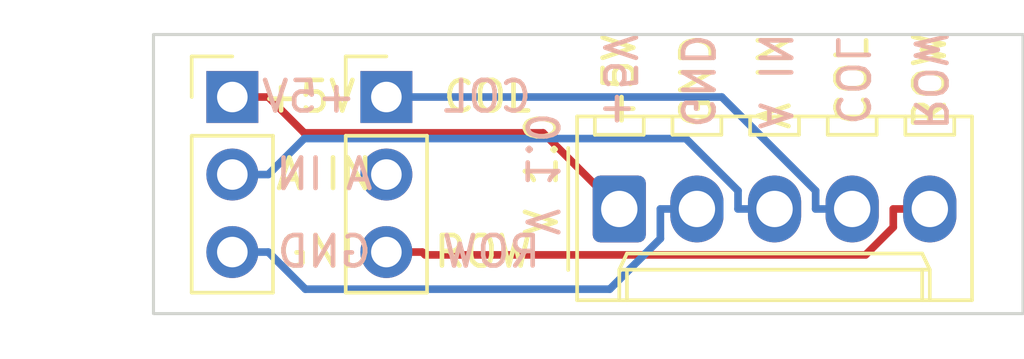
<source format=kicad_pcb>
(kicad_pcb (version 20211014) (generator pcbnew)
  (layers (0 "F.Cu" signal) (31 "B.Cu" signal) (34 "B.Paste" user) (35 "F.Paste" user) (36 "B.SilkS" user "B.Silkscreen") (37 "F.SilkS" user "F.Silkscreen") (38 "B.Mask" user) (39 "F.Mask" user) (44 "Edge.Cuts" user))
  (net 0 "")
  (net 1 "/+5V")
  (net 2 "/ANALOG_GND")
  (net 3 "/ANALOG_IN")
  (net 4 "/SWITCH_COL")
  (net 5 "/SWITCH_ROW")
  (footprint "Connector_PinHeader_2.54mm:PinHeader_1x03_P2.54mm_Vertical" (layer "F.Cu") (at 143.764 70.119)
    (fp_text reference "SW1")
    (fp_text value "SW_SPDT")
    (fp_line (start 1.33 1.27) (end 1.33 6.41) (layer "F.SilkS") (width 0.12))
    (fp_line (start -1.33 0) (end -1.33 -1.33) (layer "F.SilkS") (width 0.12))
    (fp_line (start -1.33 -1.33) (end 0 -1.33) (layer "F.SilkS") (width 0.12))
    (fp_line (start -1.33 6.41) (end 1.33 6.41) (layer "F.SilkS") (width 0.12))
    (fp_line (start -1.33 1.27) (end 1.33 1.27) (layer "F.SilkS") (width 0.12))
    (fp_line (start -1.33 1.27) (end -1.33 6.41) (layer "F.SilkS") (width 0.12))
    (pad "1" thru_hole rect (at 0 0) (size 1.7 1.7) (drill 1) (layers *.Cu *.Mask) (net 4 "/SWITCH_COL"))
    (pad "2" thru_hole oval (at 0 2.54) (size 1.7 1.7) (drill 1) (layers *.Cu *.Mask))
    (pad "3" thru_hole oval (at 0 5.08) (size 1.7 1.7) (drill 1) (layers *.Cu *.Mask) (net 5 "/SWITCH_ROW"))
  )
  (footprint "Connector_Molex:Molex_KK-254_AE-6410-05A_1x05_P2.54mm_Vertical" (layer "F.Cu") (at 151.384 73.787)
    (fp_text reference "J1")
    (fp_text value "POT")
    (fp_line (start 1.74 -2.43) (end 3.34 -2.43) (layer "F.SilkS") (width 0.12))
    (fp_line (start 9.91 1.46) (end 10.16 1.99) (layer "F.SilkS") (width 0.12))
    (fp_line (start 11.54 -3.03) (end -1.38 -3.03) (layer "F.SilkS") (width 0.12))
    (fp_line (start 4.28 -2.43) (end 5.88 -2.43) (layer "F.SilkS") (width 0.12))
    (fp_line (start 3.34 -2.43) (end 3.34 -3.03) (layer "F.SilkS") (width 0.12))
    (fp_line (start 10.96 -2.43) (end 10.96 -3.03) (layer "F.SilkS") (width 0.12))
    (fp_line (start 11.54 2.99) (end 11.54 -3.03) (layer "F.SilkS") (width 0.12))
    (fp_line (start 9.36 -2.43) (end 10.96 -2.43) (layer "F.SilkS") (width 0.12))
    (fp_line (start -1.38 -3.03) (end -1.38 2.99) (layer "F.SilkS") (width 0.12))
    (fp_line (start 6.82 -3.03) (end 6.82 -2.43) (layer "F.SilkS") (width 0.12))
    (fp_line (start 8.42 -2.43) (end 8.42 -3.03) (layer "F.SilkS") (width 0.12))
    (fp_line (start -0.8 -3.03) (end -0.8 -2.43) (layer "F.SilkS") (width 0.12))
    (fp_line (start 0.8 -2.43) (end 0.8 -3.03) (layer "F.SilkS") (width 0.12))
    (fp_line (start 10.16 1.99) (end 10.16 2.99) (layer "F.SilkS") (width 0.12))
    (fp_line (start 0 2.99) (end 0 1.99) (layer "F.SilkS") (width 0.12))
    (fp_line (start 0.25 1.46) (end 9.91 1.46) (layer "F.SilkS") (width 0.12))
    (fp_line (start 0.25 2.99) (end 0.25 1.99) (layer "F.SilkS") (width 0.12))
    (fp_line (start 6.82 -2.43) (end 8.42 -2.43) (layer "F.SilkS") (width 0.12))
    (fp_line (start -0.8 -2.43) (end 0.8 -2.43) (layer "F.SilkS") (width 0.12))
    (fp_line (start -1.67 -2) (end -1.67 2) (layer "F.SilkS") (width 0.12))
    (fp_line (start 9.91 2.99) (end 9.91 1.99) (layer "F.SilkS") (width 0.12))
    (fp_line (start 1.74 -3.03) (end 1.74 -2.43) (layer "F.SilkS") (width 0.12))
    (fp_line (start 9.36 -3.03) (end 9.36 -2.43) (layer "F.SilkS") (width 0.12))
    (fp_line (start 4.28 -3.03) (end 4.28 -2.43) (layer "F.SilkS") (width 0.12))
    (fp_line (start -1.38 2.99) (end 11.54 2.99) (layer "F.SilkS") (width 0.12))
    (fp_line (start 0 1.99) (end 10.16 1.99) (layer "F.SilkS") (width 0.12))
    (fp_line (start 5.88 -2.43) (end 5.88 -3.03) (layer "F.SilkS") (width 0.12))
    (fp_line (start 0 1.99) (end 0.25 1.46) (layer "F.SilkS") (width 0.12))
    (pad "1" thru_hole roundrect (at 0 0) (size 1.74 2.19) (drill 1.19) (layers *.Cu *.Mask) (roundrect_rratio 0.1436781609) (net 1 "/+5V"))
    (pad "2" thru_hole oval (at 2.54 0) (size 1.74 2.19) (drill 1.19) (layers *.Cu *.Mask) (net 2 "/ANALOG_GND"))
    (pad "3" thru_hole oval (at 5.08 0) (size 1.74 2.19) (drill 1.19) (layers *.Cu *.Mask) (net 3 "/ANALOG_IN"))
    (pad "4" thru_hole oval (at 7.62 0) (size 1.74 2.19) (drill 1.19) (layers *.Cu *.Mask) (net 4 "/SWITCH_COL"))
    (pad "5" thru_hole oval (at 10.16 0) (size 1.74 2.19) (drill 1.19) (layers *.Cu *.Mask) (net 5 "/SWITCH_ROW"))
  )
  (footprint "Connector_PinHeader_2.54mm:PinHeader_1x03_P2.54mm_Vertical" (layer "F.Cu") (at 138.724 70.119)
    (fp_text reference "RV1")
    (fp_text value "R_Potentiometer_US")
    (fp_line (start -1.33 1.27) (end 1.33 1.27) (layer "F.SilkS") (width 0.12))
    (fp_line (start 1.33 1.27) (end 1.33 6.41) (layer "F.SilkS") (width 0.12))
    (fp_line (start -1.33 6.41) (end 1.33 6.41) (layer "F.SilkS") (width 0.12))
    (fp_line (start -1.33 0) (end -1.33 -1.33) (layer "F.SilkS") (width 0.12))
    (fp_line (start -1.33 -1.33) (end 0 -1.33) (layer "F.SilkS") (width 0.12))
    (fp_line (start -1.33 1.27) (end -1.33 6.41) (layer "F.SilkS") (width 0.12))
    (pad "1" thru_hole rect (at 0 0) (size 1.7 1.7) (drill 1) (layers *.Cu *.Mask) (net 1 "/+5V"))
    (pad "2" thru_hole oval (at 0 2.54) (size 1.7 1.7) (drill 1) (layers *.Cu *.Mask) (net 3 "/ANALOG_IN"))
    (pad "3" thru_hole oval (at 0 5.08) (size 1.7 1.7) (drill 1) (layers *.Cu *.Mask) (net 2 "/ANALOG_GND"))
  )
  (gr_rect (start 136.144 68.072) (end 164.592 77.216) (layer "Edge.Cuts") (width 0.1) (fill none))
  (gr_text "+5V" (at 141.224 70.104) (layer "B.SilkS") (effects (font (size 1 1)) (justify mirror)))
  (gr_text "GND" (at 141.732 75.184) (layer "B.SilkS") (effects (font (size 1 1)) (justify mirror)))
  (gr_text "A IN" (at 141.732 72.644) (layer "B.SilkS") (effects (font (size 1 1)) (justify mirror)))
  (gr_text "ROW" (at 147.193 75.184) (layer "B.SilkS") (effects (font (size 1 1)) (justify mirror)))
  (gr_text "ROW" (at 161.544 69.596 -90) (layer "B.SilkS") (effects (font (size 1 1)) (justify mirror)))
  (gr_text "+5V" (at 151.384 69.596 -90) (layer "B.SilkS") (effects (font (size 1 1)) (justify mirror)))
  (gr_text "GND" (at 153.924 69.596 -90) (layer "B.SilkS") (effects (font (size 1 1)) (justify mirror)))
  (gr_text "COL" (at 147.066 70.104) (layer "B.SilkS") (effects (font (size 1 1)) (justify mirror)))
  (gr_text "COL" (at 159.004 69.596 -90) (layer "B.SilkS") (effects (font (size 1 1)) (justify mirror)))
  (gr_text "V 1.0" (at 148.844 72.644 -90) (layer "B.SilkS") (effects (font (size 1 1)) (justify mirror)))
  (gr_text "A IN" (at 156.464 69.596 -90) (layer "B.SilkS") (effects (font (size 1 1)) (justify mirror)))
  (gr_text "V 1.0" (at 148.844 72.644 90) (layer "F.SilkS") (effects (font (size 1 1))))
  (gr_text "ROW" (at 161.544 69.596 90) (layer "F.SilkS") (effects (font (size 1 1))))
  (gr_text "GND" (at 153.924 69.596 90) (layer "F.SilkS") (effects (font (size 1 1))))
  (gr_text "+5V" (at 151.384 69.596 90) (layer "F.SilkS") (effects (font (size 1 1))))
  (gr_text "A IN" (at 141.732 72.644) (layer "F.SilkS") (effects (font (size 1 1))))
  (gr_text "GND" (at 141.732 75.184) (layer "F.SilkS") (effects (font (size 1 1))))
  (gr_text "+5V" (at 141.224 70.104) (layer "F.SilkS") (effects (font (size 1 1))))
  (gr_text "ROW" (at 146.939 75.184) (layer "F.SilkS") (effects (font (size 1 1))))
  (gr_text "A IN" (at 156.464 69.596 90) (layer "F.SilkS") (effects (font (size 1 1))))
  (gr_text "COL" (at 159.004 69.596 90) (layer "F.SilkS") (effects (font (size 1 1))))
  (gr_text "COL" (at 147.066 70.104) (layer "F.SilkS") (effects (font (size 1 1))))
  (segment (start 141.0746 71.2943) (end 148.8913 71.2943) (width 0.25) (layer "F.Cu") (net 1))
  (segment (start 139.8993 70.119) (end 141.0746 71.2943) (width 0.25) (layer "F.Cu") (net 1))
  (segment (start 138.724 70.119) (end 139.8993 70.119) (width 0.25) (layer "F.Cu") (net 1))
  (segment (start 148.8913 71.2943) (end 151.384 73.787) (width 0.25) (layer "F.Cu") (net 1))
  (segment (start 153.924 73.787) (end 152.7287 73.787) (width 0.25) (layer "B.Cu") (net 2))
  (segment (start 138.724 75.199) (end 139.8993 75.199) (width 0.25) (layer "B.Cu") (net 2))
  (segment (start 141.1159 76.4156) (end 151.0713 76.4156) (width 0.25) (layer "B.Cu") (net 2))
  (segment (start 152.7287 74.7582) (end 152.7287 73.787) (width 0.25) (layer "B.Cu") (net 2))
  (segment (start 139.8993 75.199) (end 141.1159 76.4156) (width 0.25) (layer "B.Cu") (net 2))
  (segment (start 151.0713 76.4156) (end 152.7287 74.7582) (width 0.25) (layer "B.Cu") (net 2))
  (segment (start 156.464 73.787) (end 155.2687 73.787) (width 0.25) (layer "B.Cu") (net 3))
  (segment (start 141.0781 71.4802) (end 153.5595 71.4802) (width 0.25) (layer "B.Cu") (net 3))
  (segment (start 155.2687 73.1894) (end 155.2687 73.787) (width 0.25) (layer "B.Cu") (net 3))
  (segment (start 153.5595 71.4802) (end 155.2687 73.1894) (width 0.25) (layer "B.Cu") (net 3))
  (segment (start 138.724 72.659) (end 139.8993 72.659) (width 0.25) (layer "B.Cu") (net 3))
  (segment (start 139.8993 72.659) (end 141.0781 71.4802) (width 0.25) (layer "B.Cu") (net 3))
  (segment (start 154.7383 70.119) (end 143.764 70.119) (width 0.25) (layer "B.Cu") (net 4))
  (segment (start 157.8087 73.787) (end 157.8087 73.1894) (width 0.25) (layer "B.Cu") (net 4))
  (segment (start 157.8087 73.1894) (end 154.7383 70.119) (width 0.25) (layer "B.Cu") (net 4))
  (segment (start 159.004 73.787) (end 157.8087 73.787) (width 0.25) (layer "B.Cu") (net 4))
  (segment (start 161.544 73.787) (end 160.3487 73.787) (width 0.25) (layer "F.Cu") (net 5))
  (segment (start 160.3487 73.787) (end 160.3487 74.3846) (width 0.25) (layer "F.Cu") (net 5))
  (segment (start 143.764 75.199) (end 144.9393 75.199) (width 0.25) (layer "F.Cu") (net 5))
  (segment (start 159.4415 75.2918) (end 145.0321 75.2918) (width 0.25) (layer "F.Cu") (net 5))
  (segment (start 160.3487 74.3846) (end 159.4415 75.2918) (width 0.25) (layer "F.Cu") (net 5))
  (segment (start 145.0321 75.2918) (end 144.9393 75.199) (width 0.25) (layer "F.Cu") (net 5))
)
</source>
